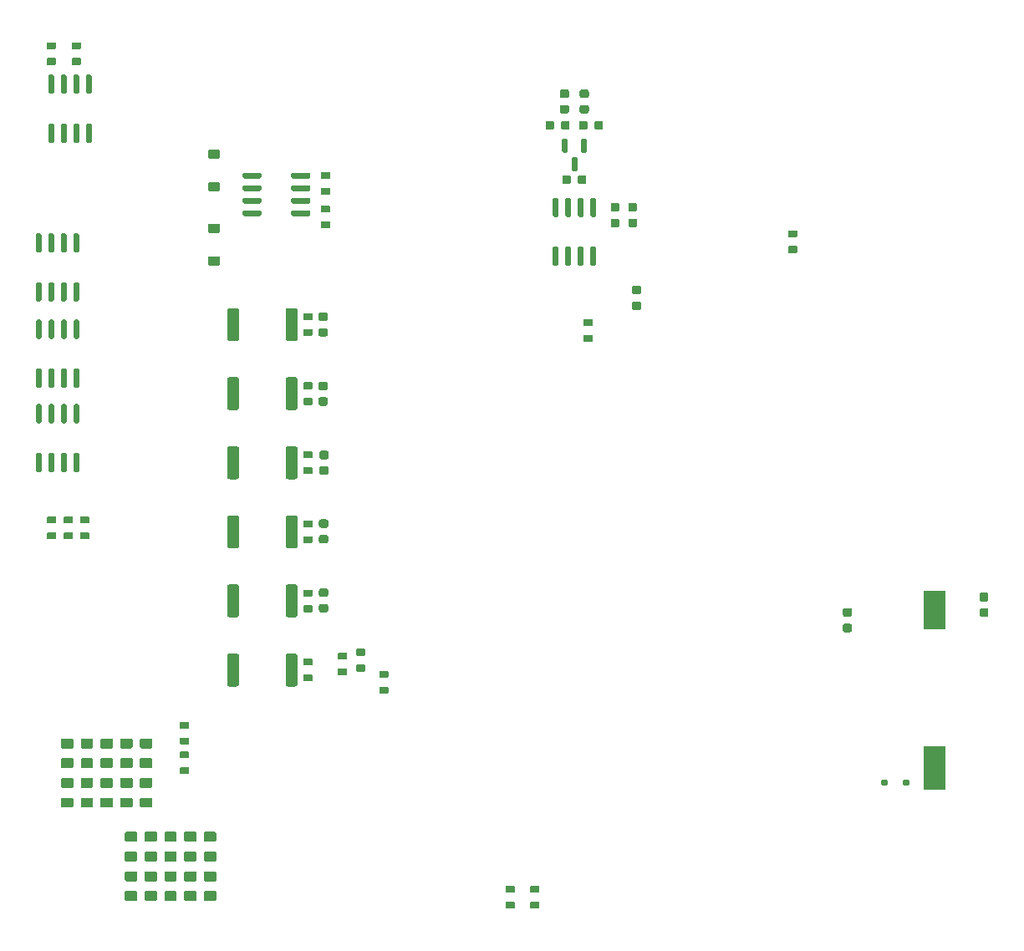
<source format=gbp>
G04 #@! TF.GenerationSoftware,KiCad,Pcbnew,8.0.9-8.0.9-0~ubuntu24.04.1*
G04 #@! TF.CreationDate,2025-08-20T13:53:25+00:00*
G04 #@! TF.ProjectId,uaefi,75616566-692e-46b6-9963-61645f706362,E*
G04 #@! TF.SameCoordinates,Original*
G04 #@! TF.FileFunction,Paste,Bot*
G04 #@! TF.FilePolarity,Positive*
%FSLAX46Y46*%
G04 Gerber Fmt 4.6, Leading zero omitted, Abs format (unit mm)*
G04 Created by KiCad (PCBNEW 8.0.9-8.0.9-0~ubuntu24.04.1) date 2025-08-20 13:53:25*
%MOMM*%
%LPD*%
G01*
G04 APERTURE LIST*
%ADD10R,2.299995X4.399991*%
%ADD11R,2.299995X3.999992*%
G04 APERTURE END LIST*
G04 #@! TO.C,D8*
G36*
G01*
X54400000Y81257023D02*
X54700000Y81257023D01*
G75*
G02*
X54850000Y81107023I0J-150000D01*
G01*
X54850000Y79932023D01*
G75*
G02*
X54700000Y79782023I-150000J0D01*
G01*
X54400000Y79782023D01*
G75*
G02*
X54250000Y79932023I0J150000D01*
G01*
X54250000Y81107023D01*
G75*
G02*
X54400000Y81257023I150000J0D01*
G01*
G37*
G36*
G01*
X56300000Y81257023D02*
X56600000Y81257023D01*
G75*
G02*
X56750000Y81107023I0J-150000D01*
G01*
X56750000Y79932023D01*
G75*
G02*
X56600000Y79782023I-150000J0D01*
G01*
X56300000Y79782023D01*
G75*
G02*
X56150000Y79932023I0J150000D01*
G01*
X56150000Y81107023D01*
G75*
G02*
X56300000Y81257023I150000J0D01*
G01*
G37*
G36*
G01*
X55350000Y79382023D02*
X55650000Y79382023D01*
G75*
G02*
X55800000Y79232023I0J-150000D01*
G01*
X55800000Y78057023D01*
G75*
G02*
X55650000Y77907023I-150000J0D01*
G01*
X55350000Y77907023D01*
G75*
G02*
X55200000Y78057023I0J150000D01*
G01*
X55200000Y79232023D01*
G75*
G02*
X55350000Y79382023I150000J0D01*
G01*
G37*
G04 #@! TD*
G04 #@! TO.C,C10*
G36*
G01*
X12650000Y13460000D02*
X11600000Y13460000D01*
G75*
G02*
X11500000Y13560000I0J100000D01*
G01*
X11500000Y14360000D01*
G75*
G02*
X11600000Y14460000I100000J0D01*
G01*
X12650000Y14460000D01*
G75*
G02*
X12750000Y14360000I0J-100000D01*
G01*
X12750000Y13560000D01*
G75*
G02*
X12650000Y13460000I-100000J0D01*
G01*
G37*
G36*
G01*
X12650000Y15460000D02*
X11600000Y15460000D01*
G75*
G02*
X11500000Y15560000I0J100000D01*
G01*
X11500000Y16360000D01*
G75*
G02*
X11600000Y16460000I100000J0D01*
G01*
X12650000Y16460000D01*
G75*
G02*
X12750000Y16360000I0J-100000D01*
G01*
X12750000Y15560000D01*
G75*
G02*
X12650000Y15460000I-100000J0D01*
G01*
G37*
G04 #@! TD*
G04 #@! TO.C,C27*
G36*
G01*
X61460000Y66315001D02*
X62140000Y66315001D01*
G75*
G02*
X62225000Y66230001I0J-85000D01*
G01*
X62225000Y65550001D01*
G75*
G02*
X62140000Y65465001I-85000J0D01*
G01*
X61460000Y65465001D01*
G75*
G02*
X61375000Y65550001I0J85000D01*
G01*
X61375000Y66230001D01*
G75*
G02*
X61460000Y66315001I85000J0D01*
G01*
G37*
G36*
G01*
X61460000Y64734999D02*
X62140000Y64734999D01*
G75*
G02*
X62225000Y64649999I0J-85000D01*
G01*
X62225000Y63969999D01*
G75*
G02*
X62140000Y63884999I-85000J0D01*
G01*
X61460000Y63884999D01*
G75*
G02*
X61375000Y63969999I0J85000D01*
G01*
X61375000Y64649999D01*
G75*
G02*
X61460000Y64734999I85000J0D01*
G01*
G37*
G04 #@! TD*
G04 #@! TO.C,D4*
G36*
G01*
X19510000Y75900000D02*
X18490000Y75900000D01*
G75*
G02*
X18400000Y75990000I0J90000D01*
G01*
X18400000Y76710000D01*
G75*
G02*
X18490000Y76800000I90000J0D01*
G01*
X19510000Y76800000D01*
G75*
G02*
X19600000Y76710000I0J-90000D01*
G01*
X19600000Y75990000D01*
G75*
G02*
X19510000Y75900000I-90000J0D01*
G01*
G37*
G36*
G01*
X19510000Y79200000D02*
X18490000Y79200000D01*
G75*
G02*
X18400000Y79290000I0J90000D01*
G01*
X18400000Y80010000D01*
G75*
G02*
X18490000Y80100000I90000J0D01*
G01*
X19510000Y80100000D01*
G75*
G02*
X19600000Y80010000I0J-90000D01*
G01*
X19600000Y79290000D01*
G75*
G02*
X19510000Y79200000I-90000J0D01*
G01*
G37*
G04 #@! TD*
D10*
G04 #@! TO.C,BT1*
X92000000Y17500048D03*
D11*
X92000000Y33500067D03*
G04 #@! TD*
G04 #@! TO.C,U10*
G36*
G01*
X1095000Y62900000D02*
X1395000Y62900000D01*
G75*
G02*
X1545000Y62750000I0J-150000D01*
G01*
X1545000Y61100000D01*
G75*
G02*
X1395000Y60950000I-150000J0D01*
G01*
X1095000Y60950000D01*
G75*
G02*
X945000Y61100000I0J150000D01*
G01*
X945000Y62750000D01*
G75*
G02*
X1095000Y62900000I150000J0D01*
G01*
G37*
G36*
G01*
X2365000Y62900000D02*
X2665000Y62900000D01*
G75*
G02*
X2815000Y62750000I0J-150000D01*
G01*
X2815000Y61100000D01*
G75*
G02*
X2665000Y60950000I-150000J0D01*
G01*
X2365000Y60950000D01*
G75*
G02*
X2215000Y61100000I0J150000D01*
G01*
X2215000Y62750000D01*
G75*
G02*
X2365000Y62900000I150000J0D01*
G01*
G37*
G36*
G01*
X3635000Y62900000D02*
X3935000Y62900000D01*
G75*
G02*
X4085000Y62750000I0J-150000D01*
G01*
X4085000Y61100000D01*
G75*
G02*
X3935000Y60950000I-150000J0D01*
G01*
X3635000Y60950000D01*
G75*
G02*
X3485000Y61100000I0J150000D01*
G01*
X3485000Y62750000D01*
G75*
G02*
X3635000Y62900000I150000J0D01*
G01*
G37*
G36*
G01*
X4905000Y62900000D02*
X5205000Y62900000D01*
G75*
G02*
X5355000Y62750000I0J-150000D01*
G01*
X5355000Y61100000D01*
G75*
G02*
X5205000Y60950000I-150000J0D01*
G01*
X4905000Y60950000D01*
G75*
G02*
X4755000Y61100000I0J150000D01*
G01*
X4755000Y62750000D01*
G75*
G02*
X4905000Y62900000I150000J0D01*
G01*
G37*
G36*
G01*
X4905000Y57950000D02*
X5205000Y57950000D01*
G75*
G02*
X5355000Y57800000I0J-150000D01*
G01*
X5355000Y56150000D01*
G75*
G02*
X5205000Y56000000I-150000J0D01*
G01*
X4905000Y56000000D01*
G75*
G02*
X4755000Y56150000I0J150000D01*
G01*
X4755000Y57800000D01*
G75*
G02*
X4905000Y57950000I150000J0D01*
G01*
G37*
G36*
G01*
X3635000Y57950000D02*
X3935000Y57950000D01*
G75*
G02*
X4085000Y57800000I0J-150000D01*
G01*
X4085000Y56150000D01*
G75*
G02*
X3935000Y56000000I-150000J0D01*
G01*
X3635000Y56000000D01*
G75*
G02*
X3485000Y56150000I0J150000D01*
G01*
X3485000Y57800000D01*
G75*
G02*
X3635000Y57950000I150000J0D01*
G01*
G37*
G36*
G01*
X2365000Y57950000D02*
X2665000Y57950000D01*
G75*
G02*
X2815000Y57800000I0J-150000D01*
G01*
X2815000Y56150000D01*
G75*
G02*
X2665000Y56000000I-150000J0D01*
G01*
X2365000Y56000000D01*
G75*
G02*
X2215000Y56150000I0J150000D01*
G01*
X2215000Y57800000D01*
G75*
G02*
X2365000Y57950000I150000J0D01*
G01*
G37*
G36*
G01*
X1095000Y57950000D02*
X1395000Y57950000D01*
G75*
G02*
X1545000Y57800000I0J-150000D01*
G01*
X1545000Y56150000D01*
G75*
G02*
X1395000Y56000000I-150000J0D01*
G01*
X1095000Y56000000D01*
G75*
G02*
X945000Y56150000I0J150000D01*
G01*
X945000Y57800000D01*
G75*
G02*
X1095000Y57950000I150000J0D01*
G01*
G37*
G04 #@! TD*
G04 #@! TO.C,R31*
G36*
G01*
X2940000Y40650000D02*
X2160000Y40650000D01*
G75*
G02*
X2090000Y40720000I0J70000D01*
G01*
X2090000Y41280000D01*
G75*
G02*
X2160000Y41350000I70000J0D01*
G01*
X2940000Y41350000D01*
G75*
G02*
X3010000Y41280000I0J-70000D01*
G01*
X3010000Y40720000D01*
G75*
G02*
X2940000Y40650000I-70000J0D01*
G01*
G37*
G36*
G01*
X2940000Y42250000D02*
X2160000Y42250000D01*
G75*
G02*
X2090000Y42320000I0J70000D01*
G01*
X2090000Y42880000D01*
G75*
G02*
X2160000Y42950000I70000J0D01*
G01*
X2940000Y42950000D01*
G75*
G02*
X3010000Y42880000I0J-70000D01*
G01*
X3010000Y42320000D01*
G75*
G02*
X2940000Y42250000I-70000J0D01*
G01*
G37*
G04 #@! TD*
G04 #@! TO.C,C30*
G36*
G01*
X58405002Y82940000D02*
X58405002Y82260000D01*
G75*
G02*
X58320002Y82175000I-85000J0D01*
G01*
X57640002Y82175000D01*
G75*
G02*
X57555002Y82260000I0J85000D01*
G01*
X57555002Y82940000D01*
G75*
G02*
X57640002Y83025000I85000J0D01*
G01*
X58320002Y83025000D01*
G75*
G02*
X58405002Y82940000I0J-85000D01*
G01*
G37*
G36*
G01*
X56825000Y82940000D02*
X56825000Y82260000D01*
G75*
G02*
X56740000Y82175000I-85000J0D01*
G01*
X56060000Y82175000D01*
G75*
G02*
X55975000Y82260000I0J85000D01*
G01*
X55975000Y82940000D01*
G75*
G02*
X56060000Y83025000I85000J0D01*
G01*
X56740000Y83025000D01*
G75*
G02*
X56825000Y82940000I0J-85000D01*
G01*
G37*
G04 #@! TD*
G04 #@! TO.C,C7*
G36*
G01*
X6650000Y13460000D02*
X5600000Y13460000D01*
G75*
G02*
X5500000Y13560000I0J100000D01*
G01*
X5500000Y14360000D01*
G75*
G02*
X5600000Y14460000I100000J0D01*
G01*
X6650000Y14460000D01*
G75*
G02*
X6750000Y14360000I0J-100000D01*
G01*
X6750000Y13560000D01*
G75*
G02*
X6650000Y13460000I-100000J0D01*
G01*
G37*
G36*
G01*
X6650000Y15460000D02*
X5600000Y15460000D01*
G75*
G02*
X5500000Y15560000I0J100000D01*
G01*
X5500000Y16360000D01*
G75*
G02*
X5600000Y16460000I100000J0D01*
G01*
X6650000Y16460000D01*
G75*
G02*
X6750000Y16360000I0J-100000D01*
G01*
X6750000Y15560000D01*
G75*
G02*
X6650000Y15460000I-100000J0D01*
G01*
G37*
G04 #@! TD*
G04 #@! TO.C,C33*
G36*
G01*
X96660000Y35215001D02*
X97340000Y35215001D01*
G75*
G02*
X97425000Y35130001I0J-85000D01*
G01*
X97425000Y34450001D01*
G75*
G02*
X97340000Y34365001I-85000J0D01*
G01*
X96660000Y34365001D01*
G75*
G02*
X96575000Y34450001I0J85000D01*
G01*
X96575000Y35130001D01*
G75*
G02*
X96660000Y35215001I85000J0D01*
G01*
G37*
G36*
G01*
X96660000Y33634999D02*
X97340000Y33634999D01*
G75*
G02*
X97425000Y33549999I0J-85000D01*
G01*
X97425000Y32869999D01*
G75*
G02*
X97340000Y32784999I-85000J0D01*
G01*
X96660000Y32784999D01*
G75*
G02*
X96575000Y32869999I0J85000D01*
G01*
X96575000Y33549999D01*
G75*
G02*
X96660000Y33634999I85000J0D01*
G01*
G37*
G04 #@! TD*
G04 #@! TO.C,C29*
G36*
G01*
X54284999Y76742023D02*
X54284999Y77422023D01*
G75*
G02*
X54369999Y77507023I85000J0D01*
G01*
X55049999Y77507023D01*
G75*
G02*
X55134999Y77422023I0J-85000D01*
G01*
X55134999Y76742023D01*
G75*
G02*
X55049999Y76657023I-85000J0D01*
G01*
X54369999Y76657023D01*
G75*
G02*
X54284999Y76742023I0J85000D01*
G01*
G37*
G36*
G01*
X55865001Y76742023D02*
X55865001Y77422023D01*
G75*
G02*
X55950001Y77507023I85000J0D01*
G01*
X56630001Y77507023D01*
G75*
G02*
X56715001Y77422023I0J-85000D01*
G01*
X56715001Y76742023D01*
G75*
G02*
X56630001Y76657023I-85000J0D01*
G01*
X55950001Y76657023D01*
G75*
G02*
X55865001Y76742023I0J85000D01*
G01*
G37*
G04 #@! TD*
G04 #@! TO.C,R34*
G36*
G01*
X6290000Y40650000D02*
X5510000Y40650000D01*
G75*
G02*
X5440000Y40720000I0J70000D01*
G01*
X5440000Y41280000D01*
G75*
G02*
X5510000Y41350000I70000J0D01*
G01*
X6290000Y41350000D01*
G75*
G02*
X6360000Y41280000I0J-70000D01*
G01*
X6360000Y40720000D01*
G75*
G02*
X6290000Y40650000I-70000J0D01*
G01*
G37*
G36*
G01*
X6290000Y42250000D02*
X5510000Y42250000D01*
G75*
G02*
X5440000Y42320000I0J70000D01*
G01*
X5440000Y42880000D01*
G75*
G02*
X5510000Y42950000I70000J0D01*
G01*
X6290000Y42950000D01*
G75*
G02*
X6360000Y42880000I0J-70000D01*
G01*
X6360000Y42320000D01*
G75*
G02*
X6290000Y42250000I-70000J0D01*
G01*
G37*
G04 #@! TD*
G04 #@! TO.C,C17*
G36*
G01*
X16075000Y11000000D02*
X17125000Y11000000D01*
G75*
G02*
X17225000Y10900000I0J-100000D01*
G01*
X17225000Y10100000D01*
G75*
G02*
X17125000Y10000000I-100000J0D01*
G01*
X16075000Y10000000D01*
G75*
G02*
X15975000Y10100000I0J100000D01*
G01*
X15975000Y10900000D01*
G75*
G02*
X16075000Y11000000I100000J0D01*
G01*
G37*
G36*
G01*
X16075000Y9000000D02*
X17125000Y9000000D01*
G75*
G02*
X17225000Y8900000I0J-100000D01*
G01*
X17225000Y8100000D01*
G75*
G02*
X17125000Y8000000I-100000J0D01*
G01*
X16075000Y8000000D01*
G75*
G02*
X15975000Y8100000I0J100000D01*
G01*
X15975000Y8900000D01*
G75*
G02*
X16075000Y9000000I100000J0D01*
G01*
G37*
G04 #@! TD*
G04 #@! TO.C,R20*
G36*
G01*
X27475000Y63825000D02*
X27475000Y60975000D01*
G75*
G02*
X27225000Y60725000I-250000J0D01*
G01*
X26500000Y60725000D01*
G75*
G02*
X26250000Y60975000I0J250000D01*
G01*
X26250000Y63825000D01*
G75*
G02*
X26500000Y64075000I250000J0D01*
G01*
X27225000Y64075000D01*
G75*
G02*
X27475000Y63825000I0J-250000D01*
G01*
G37*
G36*
G01*
X21550000Y63825000D02*
X21550000Y60975000D01*
G75*
G02*
X21300000Y60725000I-250000J0D01*
G01*
X20575000Y60725000D01*
G75*
G02*
X20325000Y60975000I0J250000D01*
G01*
X20325000Y63825000D01*
G75*
G02*
X20575000Y64075000I250000J0D01*
G01*
X21300000Y64075000D01*
G75*
G02*
X21550000Y63825000I0J-250000D01*
G01*
G37*
G04 #@! TD*
G04 #@! TO.C,C3*
G36*
G01*
X7600000Y20460000D02*
X8650000Y20460000D01*
G75*
G02*
X8750000Y20360000I0J-100000D01*
G01*
X8750000Y19560000D01*
G75*
G02*
X8650000Y19460000I-100000J0D01*
G01*
X7600000Y19460000D01*
G75*
G02*
X7500000Y19560000I0J100000D01*
G01*
X7500000Y20360000D01*
G75*
G02*
X7600000Y20460000I100000J0D01*
G01*
G37*
G36*
G01*
X7600000Y18460000D02*
X8650000Y18460000D01*
G75*
G02*
X8750000Y18360000I0J-100000D01*
G01*
X8750000Y17560000D01*
G75*
G02*
X8650000Y17460000I-100000J0D01*
G01*
X7600000Y17460000D01*
G75*
G02*
X7500000Y17560000I0J100000D01*
G01*
X7500000Y18360000D01*
G75*
G02*
X7600000Y18460000I100000J0D01*
G01*
G37*
G04 #@! TD*
G04 #@! TO.C,C23*
G36*
G01*
X19125000Y4000000D02*
X18075000Y4000000D01*
G75*
G02*
X17975000Y4100000I0J100000D01*
G01*
X17975000Y4900000D01*
G75*
G02*
X18075000Y5000000I100000J0D01*
G01*
X19125000Y5000000D01*
G75*
G02*
X19225000Y4900000I0J-100000D01*
G01*
X19225000Y4100000D01*
G75*
G02*
X19125000Y4000000I-100000J0D01*
G01*
G37*
G36*
G01*
X19125000Y6000000D02*
X18075000Y6000000D01*
G75*
G02*
X17975000Y6100000I0J100000D01*
G01*
X17975000Y6900000D01*
G75*
G02*
X18075000Y7000000I100000J0D01*
G01*
X19125000Y7000000D01*
G75*
G02*
X19225000Y6900000I0J-100000D01*
G01*
X19225000Y6100000D01*
G75*
G02*
X19125000Y6000000I-100000J0D01*
G01*
G37*
G04 #@! TD*
G04 #@! TO.C,U4*
G36*
G01*
X53445000Y75250000D02*
X53745000Y75250000D01*
G75*
G02*
X53895000Y75100000I0J-150000D01*
G01*
X53895000Y73450000D01*
G75*
G02*
X53745000Y73300000I-150000J0D01*
G01*
X53445000Y73300000D01*
G75*
G02*
X53295000Y73450000I0J150000D01*
G01*
X53295000Y75100000D01*
G75*
G02*
X53445000Y75250000I150000J0D01*
G01*
G37*
G36*
G01*
X54715000Y75250000D02*
X55015000Y75250000D01*
G75*
G02*
X55165000Y75100000I0J-150000D01*
G01*
X55165000Y73450000D01*
G75*
G02*
X55015000Y73300000I-150000J0D01*
G01*
X54715000Y73300000D01*
G75*
G02*
X54565000Y73450000I0J150000D01*
G01*
X54565000Y75100000D01*
G75*
G02*
X54715000Y75250000I150000J0D01*
G01*
G37*
G36*
G01*
X55985000Y75250000D02*
X56285000Y75250000D01*
G75*
G02*
X56435000Y75100000I0J-150000D01*
G01*
X56435000Y73450000D01*
G75*
G02*
X56285000Y73300000I-150000J0D01*
G01*
X55985000Y73300000D01*
G75*
G02*
X55835000Y73450000I0J150000D01*
G01*
X55835000Y75100000D01*
G75*
G02*
X55985000Y75250000I150000J0D01*
G01*
G37*
G36*
G01*
X57255000Y75250000D02*
X57555000Y75250000D01*
G75*
G02*
X57705000Y75100000I0J-150000D01*
G01*
X57705000Y73450000D01*
G75*
G02*
X57555000Y73300000I-150000J0D01*
G01*
X57255000Y73300000D01*
G75*
G02*
X57105000Y73450000I0J150000D01*
G01*
X57105000Y75100000D01*
G75*
G02*
X57255000Y75250000I150000J0D01*
G01*
G37*
G36*
G01*
X57255000Y70300000D02*
X57555000Y70300000D01*
G75*
G02*
X57705000Y70150000I0J-150000D01*
G01*
X57705000Y68500000D01*
G75*
G02*
X57555000Y68350000I-150000J0D01*
G01*
X57255000Y68350000D01*
G75*
G02*
X57105000Y68500000I0J150000D01*
G01*
X57105000Y70150000D01*
G75*
G02*
X57255000Y70300000I150000J0D01*
G01*
G37*
G36*
G01*
X55985000Y70300000D02*
X56285000Y70300000D01*
G75*
G02*
X56435000Y70150000I0J-150000D01*
G01*
X56435000Y68500000D01*
G75*
G02*
X56285000Y68350000I-150000J0D01*
G01*
X55985000Y68350000D01*
G75*
G02*
X55835000Y68500000I0J150000D01*
G01*
X55835000Y70150000D01*
G75*
G02*
X55985000Y70300000I150000J0D01*
G01*
G37*
G36*
G01*
X54715000Y70300000D02*
X55015000Y70300000D01*
G75*
G02*
X55165000Y70150000I0J-150000D01*
G01*
X55165000Y68500000D01*
G75*
G02*
X55015000Y68350000I-150000J0D01*
G01*
X54715000Y68350000D01*
G75*
G02*
X54565000Y68500000I0J150000D01*
G01*
X54565000Y70150000D01*
G75*
G02*
X54715000Y70300000I150000J0D01*
G01*
G37*
G36*
G01*
X53445000Y70300000D02*
X53745000Y70300000D01*
G75*
G02*
X53895000Y70150000I0J-150000D01*
G01*
X53895000Y68500000D01*
G75*
G02*
X53745000Y68350000I-150000J0D01*
G01*
X53445000Y68350000D01*
G75*
G02*
X53295000Y68500000I0J150000D01*
G01*
X53295000Y70150000D01*
G75*
G02*
X53445000Y70300000I150000J0D01*
G01*
G37*
G04 #@! TD*
G04 #@! TO.C,C1*
G36*
G01*
X3600000Y20460000D02*
X4650000Y20460000D01*
G75*
G02*
X4750000Y20360000I0J-100000D01*
G01*
X4750000Y19560000D01*
G75*
G02*
X4650000Y19460000I-100000J0D01*
G01*
X3600000Y19460000D01*
G75*
G02*
X3500000Y19560000I0J100000D01*
G01*
X3500000Y20360000D01*
G75*
G02*
X3600000Y20460000I100000J0D01*
G01*
G37*
G36*
G01*
X3600000Y18460000D02*
X4650000Y18460000D01*
G75*
G02*
X4750000Y18360000I0J-100000D01*
G01*
X4750000Y17560000D01*
G75*
G02*
X4650000Y17460000I-100000J0D01*
G01*
X3600000Y17460000D01*
G75*
G02*
X3500000Y17560000I0J100000D01*
G01*
X3500000Y18360000D01*
G75*
G02*
X3600000Y18460000I100000J0D01*
G01*
G37*
G04 #@! TD*
G04 #@! TO.C,R26*
G36*
G01*
X27475000Y42825000D02*
X27475000Y39975000D01*
G75*
G02*
X27225000Y39725000I-250000J0D01*
G01*
X26500000Y39725000D01*
G75*
G02*
X26250000Y39975000I0J250000D01*
G01*
X26250000Y42825000D01*
G75*
G02*
X26500000Y43075000I250000J0D01*
G01*
X27225000Y43075000D01*
G75*
G02*
X27475000Y42825000I0J-250000D01*
G01*
G37*
G36*
G01*
X21550000Y42825000D02*
X21550000Y39975000D01*
G75*
G02*
X21300000Y39725000I-250000J0D01*
G01*
X20575000Y39725000D01*
G75*
G02*
X20325000Y39975000I0J250000D01*
G01*
X20325000Y42825000D01*
G75*
G02*
X20575000Y43075000I250000J0D01*
G01*
X21300000Y43075000D01*
G75*
G02*
X21550000Y42825000I0J-250000D01*
G01*
G37*
G04 #@! TD*
G04 #@! TO.C,U11*
G36*
G01*
X1095000Y54350000D02*
X1395000Y54350000D01*
G75*
G02*
X1545000Y54200000I0J-150000D01*
G01*
X1545000Y52550000D01*
G75*
G02*
X1395000Y52400000I-150000J0D01*
G01*
X1095000Y52400000D01*
G75*
G02*
X945000Y52550000I0J150000D01*
G01*
X945000Y54200000D01*
G75*
G02*
X1095000Y54350000I150000J0D01*
G01*
G37*
G36*
G01*
X2365000Y54350000D02*
X2665000Y54350000D01*
G75*
G02*
X2815000Y54200000I0J-150000D01*
G01*
X2815000Y52550000D01*
G75*
G02*
X2665000Y52400000I-150000J0D01*
G01*
X2365000Y52400000D01*
G75*
G02*
X2215000Y52550000I0J150000D01*
G01*
X2215000Y54200000D01*
G75*
G02*
X2365000Y54350000I150000J0D01*
G01*
G37*
G36*
G01*
X3635000Y54350000D02*
X3935000Y54350000D01*
G75*
G02*
X4085000Y54200000I0J-150000D01*
G01*
X4085000Y52550000D01*
G75*
G02*
X3935000Y52400000I-150000J0D01*
G01*
X3635000Y52400000D01*
G75*
G02*
X3485000Y52550000I0J150000D01*
G01*
X3485000Y54200000D01*
G75*
G02*
X3635000Y54350000I150000J0D01*
G01*
G37*
G36*
G01*
X4905000Y54350000D02*
X5205000Y54350000D01*
G75*
G02*
X5355000Y54200000I0J-150000D01*
G01*
X5355000Y52550000D01*
G75*
G02*
X5205000Y52400000I-150000J0D01*
G01*
X4905000Y52400000D01*
G75*
G02*
X4755000Y52550000I0J150000D01*
G01*
X4755000Y54200000D01*
G75*
G02*
X4905000Y54350000I150000J0D01*
G01*
G37*
G36*
G01*
X4905000Y49400000D02*
X5205000Y49400000D01*
G75*
G02*
X5355000Y49250000I0J-150000D01*
G01*
X5355000Y47600000D01*
G75*
G02*
X5205000Y47450000I-150000J0D01*
G01*
X4905000Y47450000D01*
G75*
G02*
X4755000Y47600000I0J150000D01*
G01*
X4755000Y49250000D01*
G75*
G02*
X4905000Y49400000I150000J0D01*
G01*
G37*
G36*
G01*
X3635000Y49400000D02*
X3935000Y49400000D01*
G75*
G02*
X4085000Y49250000I0J-150000D01*
G01*
X4085000Y47600000D01*
G75*
G02*
X3935000Y47450000I-150000J0D01*
G01*
X3635000Y47450000D01*
G75*
G02*
X3485000Y47600000I0J150000D01*
G01*
X3485000Y49250000D01*
G75*
G02*
X3635000Y49400000I150000J0D01*
G01*
G37*
G36*
G01*
X2365000Y49400000D02*
X2665000Y49400000D01*
G75*
G02*
X2815000Y49250000I0J-150000D01*
G01*
X2815000Y47600000D01*
G75*
G02*
X2665000Y47450000I-150000J0D01*
G01*
X2365000Y47450000D01*
G75*
G02*
X2215000Y47600000I0J150000D01*
G01*
X2215000Y49250000D01*
G75*
G02*
X2365000Y49400000I150000J0D01*
G01*
G37*
G36*
G01*
X1095000Y49400000D02*
X1395000Y49400000D01*
G75*
G02*
X1545000Y49250000I0J-150000D01*
G01*
X1545000Y47600000D01*
G75*
G02*
X1395000Y47450000I-150000J0D01*
G01*
X1095000Y47450000D01*
G75*
G02*
X945000Y47600000I0J150000D01*
G01*
X945000Y49250000D01*
G75*
G02*
X1095000Y49400000I150000J0D01*
G01*
G37*
G04 #@! TD*
G04 #@! TO.C,C31*
G36*
G01*
X59940000Y72284999D02*
X59260000Y72284999D01*
G75*
G02*
X59175000Y72369999I0J85000D01*
G01*
X59175000Y73049999D01*
G75*
G02*
X59260000Y73134999I85000J0D01*
G01*
X59940000Y73134999D01*
G75*
G02*
X60025000Y73049999I0J-85000D01*
G01*
X60025000Y72369999D01*
G75*
G02*
X59940000Y72284999I-85000J0D01*
G01*
G37*
G36*
G01*
X59940000Y73865001D02*
X59260000Y73865001D01*
G75*
G02*
X59175000Y73950001I0J85000D01*
G01*
X59175000Y74630001D01*
G75*
G02*
X59260000Y74715001I85000J0D01*
G01*
X59940000Y74715001D01*
G75*
G02*
X60025000Y74630001I0J-85000D01*
G01*
X60025000Y73950001D01*
G75*
G02*
X59940000Y73865001I-85000J0D01*
G01*
G37*
G04 #@! TD*
G04 #@! TO.C,F9*
G36*
G01*
X29843750Y35675000D02*
X30356250Y35675000D01*
G75*
G02*
X30575000Y35456250I0J-218750D01*
G01*
X30575000Y35018750D01*
G75*
G02*
X30356250Y34800000I-218750J0D01*
G01*
X29843750Y34800000D01*
G75*
G02*
X29625000Y35018750I0J218750D01*
G01*
X29625000Y35456250D01*
G75*
G02*
X29843750Y35675000I218750J0D01*
G01*
G37*
G36*
G01*
X29843750Y34100000D02*
X30356250Y34100000D01*
G75*
G02*
X30575000Y33881250I0J-218750D01*
G01*
X30575000Y33443750D01*
G75*
G02*
X30356250Y33225000I-218750J0D01*
G01*
X29843750Y33225000D01*
G75*
G02*
X29625000Y33443750I0J218750D01*
G01*
X29625000Y33881250D01*
G75*
G02*
X29843750Y34100000I218750J0D01*
G01*
G37*
G04 #@! TD*
G04 #@! TO.C,C14*
G36*
G01*
X10075000Y11000000D02*
X11125000Y11000000D01*
G75*
G02*
X11225000Y10900000I0J-100000D01*
G01*
X11225000Y10100000D01*
G75*
G02*
X11125000Y10000000I-100000J0D01*
G01*
X10075000Y10000000D01*
G75*
G02*
X9975000Y10100000I0J100000D01*
G01*
X9975000Y10900000D01*
G75*
G02*
X10075000Y11000000I100000J0D01*
G01*
G37*
G36*
G01*
X10075000Y9000000D02*
X11125000Y9000000D01*
G75*
G02*
X11225000Y8900000I0J-100000D01*
G01*
X11225000Y8100000D01*
G75*
G02*
X11125000Y8000000I-100000J0D01*
G01*
X10075000Y8000000D01*
G75*
G02*
X9975000Y8100000I0J100000D01*
G01*
X9975000Y8900000D01*
G75*
G02*
X10075000Y9000000I100000J0D01*
G01*
G37*
G04 #@! TD*
G04 #@! TO.C,C19*
G36*
G01*
X11125000Y4000000D02*
X10075000Y4000000D01*
G75*
G02*
X9975000Y4100000I0J100000D01*
G01*
X9975000Y4900000D01*
G75*
G02*
X10075000Y5000000I100000J0D01*
G01*
X11125000Y5000000D01*
G75*
G02*
X11225000Y4900000I0J-100000D01*
G01*
X11225000Y4100000D01*
G75*
G02*
X11125000Y4000000I-100000J0D01*
G01*
G37*
G36*
G01*
X11125000Y6000000D02*
X10075000Y6000000D01*
G75*
G02*
X9975000Y6100000I0J100000D01*
G01*
X9975000Y6900000D01*
G75*
G02*
X10075000Y7000000I100000J0D01*
G01*
X11125000Y7000000D01*
G75*
G02*
X11225000Y6900000I0J-100000D01*
G01*
X11225000Y6100000D01*
G75*
G02*
X11125000Y6000000I-100000J0D01*
G01*
G37*
G04 #@! TD*
G04 #@! TO.C,F6*
G36*
G01*
X29793750Y63625000D02*
X30306250Y63625000D01*
G75*
G02*
X30525000Y63406250I0J-218750D01*
G01*
X30525000Y62968750D01*
G75*
G02*
X30306250Y62750000I-218750J0D01*
G01*
X29793750Y62750000D01*
G75*
G02*
X29575000Y62968750I0J218750D01*
G01*
X29575000Y63406250D01*
G75*
G02*
X29793750Y63625000I218750J0D01*
G01*
G37*
G36*
G01*
X29793750Y62050000D02*
X30306250Y62050000D01*
G75*
G02*
X30525000Y61831250I0J-218750D01*
G01*
X30525000Y61393750D01*
G75*
G02*
X30306250Y61175000I-218750J0D01*
G01*
X29793750Y61175000D01*
G75*
G02*
X29575000Y61393750I0J218750D01*
G01*
X29575000Y61831250D01*
G75*
G02*
X29793750Y62050000I218750J0D01*
G01*
G37*
G04 #@! TD*
G04 #@! TO.C,R27*
G36*
G01*
X27475000Y35825000D02*
X27475000Y32975000D01*
G75*
G02*
X27225000Y32725000I-250000J0D01*
G01*
X26500000Y32725000D01*
G75*
G02*
X26250000Y32975000I0J250000D01*
G01*
X26250000Y35825000D01*
G75*
G02*
X26500000Y36075000I250000J0D01*
G01*
X27225000Y36075000D01*
G75*
G02*
X27475000Y35825000I0J-250000D01*
G01*
G37*
G36*
G01*
X21550000Y35825000D02*
X21550000Y32975000D01*
G75*
G02*
X21300000Y32725000I-250000J0D01*
G01*
X20575000Y32725000D01*
G75*
G02*
X20325000Y32975000I0J250000D01*
G01*
X20325000Y35825000D01*
G75*
G02*
X20575000Y36075000I250000J0D01*
G01*
X21300000Y36075000D01*
G75*
G02*
X21550000Y35825000I0J-250000D01*
G01*
G37*
G04 #@! TD*
G04 #@! TO.C,R21*
G36*
G01*
X27475000Y56825000D02*
X27475000Y53975000D01*
G75*
G02*
X27225000Y53725000I-250000J0D01*
G01*
X26500000Y53725000D01*
G75*
G02*
X26250000Y53975000I0J250000D01*
G01*
X26250000Y56825000D01*
G75*
G02*
X26500000Y57075000I250000J0D01*
G01*
X27225000Y57075000D01*
G75*
G02*
X27475000Y56825000I0J-250000D01*
G01*
G37*
G36*
G01*
X21550000Y56825000D02*
X21550000Y53975000D01*
G75*
G02*
X21300000Y53725000I-250000J0D01*
G01*
X20575000Y53725000D01*
G75*
G02*
X20325000Y53975000I0J250000D01*
G01*
X20325000Y56825000D01*
G75*
G02*
X20575000Y57075000I250000J0D01*
G01*
X21300000Y57075000D01*
G75*
G02*
X21550000Y56825000I0J-250000D01*
G01*
G37*
G04 #@! TD*
G04 #@! TO.C,C4*
G36*
G01*
X9600000Y20460000D02*
X10650000Y20460000D01*
G75*
G02*
X10750000Y20360000I0J-100000D01*
G01*
X10750000Y19560000D01*
G75*
G02*
X10650000Y19460000I-100000J0D01*
G01*
X9600000Y19460000D01*
G75*
G02*
X9500000Y19560000I0J100000D01*
G01*
X9500000Y20360000D01*
G75*
G02*
X9600000Y20460000I100000J0D01*
G01*
G37*
G36*
G01*
X9600000Y18460000D02*
X10650000Y18460000D01*
G75*
G02*
X10750000Y18360000I0J-100000D01*
G01*
X10750000Y17560000D01*
G75*
G02*
X10650000Y17460000I-100000J0D01*
G01*
X9600000Y17460000D01*
G75*
G02*
X9500000Y17560000I0J100000D01*
G01*
X9500000Y18360000D01*
G75*
G02*
X9600000Y18460000I100000J0D01*
G01*
G37*
G04 #@! TD*
G04 #@! TO.C,F10*
G36*
G01*
X82893750Y33675000D02*
X83406250Y33675000D01*
G75*
G02*
X83625000Y33456250I0J-218750D01*
G01*
X83625000Y33018750D01*
G75*
G02*
X83406250Y32800000I-218750J0D01*
G01*
X82893750Y32800000D01*
G75*
G02*
X82675000Y33018750I0J218750D01*
G01*
X82675000Y33456250D01*
G75*
G02*
X82893750Y33675000I218750J0D01*
G01*
G37*
G36*
G01*
X82893750Y32100000D02*
X83406250Y32100000D01*
G75*
G02*
X83625000Y31881250I0J-218750D01*
G01*
X83625000Y31443750D01*
G75*
G02*
X83406250Y31225000I-218750J0D01*
G01*
X82893750Y31225000D01*
G75*
G02*
X82675000Y31443750I0J218750D01*
G01*
X82675000Y31881250D01*
G75*
G02*
X82893750Y32100000I218750J0D01*
G01*
G37*
G04 #@! TD*
G04 #@! TO.C,D2*
G36*
G01*
X19510000Y68400000D02*
X18490000Y68400000D01*
G75*
G02*
X18400000Y68490000I0J90000D01*
G01*
X18400000Y69210000D01*
G75*
G02*
X18490000Y69300000I90000J0D01*
G01*
X19510000Y69300000D01*
G75*
G02*
X19600000Y69210000I0J-90000D01*
G01*
X19600000Y68490000D01*
G75*
G02*
X19510000Y68400000I-90000J0D01*
G01*
G37*
G36*
G01*
X19510000Y71700000D02*
X18490000Y71700000D01*
G75*
G02*
X18400000Y71790000I0J90000D01*
G01*
X18400000Y72510000D01*
G75*
G02*
X18490000Y72600000I90000J0D01*
G01*
X19510000Y72600000D01*
G75*
G02*
X19600000Y72510000I0J-90000D01*
G01*
X19600000Y71790000D01*
G75*
G02*
X19510000Y71700000I-90000J0D01*
G01*
G37*
G04 #@! TD*
G04 #@! TO.C,D1*
G36*
G01*
X87140000Y15700000D02*
X86660000Y15700000D01*
G75*
G02*
X86600000Y15760000I0J60000D01*
G01*
X86600000Y16240000D01*
G75*
G02*
X86660000Y16300000I60000J0D01*
G01*
X87140000Y16300000D01*
G75*
G02*
X87200000Y16240000I0J-60000D01*
G01*
X87200000Y15760000D01*
G75*
G02*
X87140000Y15700000I-60000J0D01*
G01*
G37*
G36*
G01*
X89340000Y15700000D02*
X88860000Y15700000D01*
G75*
G02*
X88800000Y15760000I0J60000D01*
G01*
X88800000Y16240000D01*
G75*
G02*
X88860000Y16300000I60000J0D01*
G01*
X89340000Y16300000D01*
G75*
G02*
X89400000Y16240000I0J-60000D01*
G01*
X89400000Y15760000D01*
G75*
G02*
X89340000Y15700000I-60000J0D01*
G01*
G37*
G04 #@! TD*
G04 #@! TO.C,R19*
G36*
G01*
X28902500Y47250000D02*
X28122500Y47250000D01*
G75*
G02*
X28052500Y47320000I0J70000D01*
G01*
X28052500Y47880000D01*
G75*
G02*
X28122500Y47950000I70000J0D01*
G01*
X28902500Y47950000D01*
G75*
G02*
X28972500Y47880000I0J-70000D01*
G01*
X28972500Y47320000D01*
G75*
G02*
X28902500Y47250000I-70000J0D01*
G01*
G37*
G36*
G01*
X28902500Y48850000D02*
X28122500Y48850000D01*
G75*
G02*
X28052500Y48920000I0J70000D01*
G01*
X28052500Y49480000D01*
G75*
G02*
X28122500Y49550000I70000J0D01*
G01*
X28902500Y49550000D01*
G75*
G02*
X28972500Y49480000I0J-70000D01*
G01*
X28972500Y48920000D01*
G75*
G02*
X28902500Y48850000I-70000J0D01*
G01*
G37*
G04 #@! TD*
G04 #@! TO.C,R33*
G36*
G01*
X31610000Y29150000D02*
X32390000Y29150000D01*
G75*
G02*
X32460000Y29080000I0J-70000D01*
G01*
X32460000Y28520000D01*
G75*
G02*
X32390000Y28450000I-70000J0D01*
G01*
X31610000Y28450000D01*
G75*
G02*
X31540000Y28520000I0J70000D01*
G01*
X31540000Y29080000D01*
G75*
G02*
X31610000Y29150000I70000J0D01*
G01*
G37*
G36*
G01*
X31610000Y27550000D02*
X32390000Y27550000D01*
G75*
G02*
X32460000Y27480000I0J-70000D01*
G01*
X32460000Y26920000D01*
G75*
G02*
X32390000Y26850000I-70000J0D01*
G01*
X31610000Y26850000D01*
G75*
G02*
X31540000Y26920000I0J70000D01*
G01*
X31540000Y27480000D01*
G75*
G02*
X31610000Y27550000I70000J0D01*
G01*
G37*
G04 #@! TD*
G04 #@! TO.C,C21*
G36*
G01*
X15125000Y4000000D02*
X14075000Y4000000D01*
G75*
G02*
X13975000Y4100000I0J100000D01*
G01*
X13975000Y4900000D01*
G75*
G02*
X14075000Y5000000I100000J0D01*
G01*
X15125000Y5000000D01*
G75*
G02*
X15225000Y4900000I0J-100000D01*
G01*
X15225000Y4100000D01*
G75*
G02*
X15125000Y4000000I-100000J0D01*
G01*
G37*
G36*
G01*
X15125000Y6000000D02*
X14075000Y6000000D01*
G75*
G02*
X13975000Y6100000I0J100000D01*
G01*
X13975000Y6900000D01*
G75*
G02*
X14075000Y7000000I100000J0D01*
G01*
X15125000Y7000000D01*
G75*
G02*
X15225000Y6900000I0J-100000D01*
G01*
X15225000Y6100000D01*
G75*
G02*
X15125000Y6000000I-100000J0D01*
G01*
G37*
G04 #@! TD*
G04 #@! TO.C,F8*
G36*
G01*
X29843750Y42675000D02*
X30356250Y42675000D01*
G75*
G02*
X30575000Y42456250I0J-218750D01*
G01*
X30575000Y42018750D01*
G75*
G02*
X30356250Y41800000I-218750J0D01*
G01*
X29843750Y41800000D01*
G75*
G02*
X29625000Y42018750I0J218750D01*
G01*
X29625000Y42456250D01*
G75*
G02*
X29843750Y42675000I218750J0D01*
G01*
G37*
G36*
G01*
X29843750Y41100000D02*
X30356250Y41100000D01*
G75*
G02*
X30575000Y40881250I0J-218750D01*
G01*
X30575000Y40443750D01*
G75*
G02*
X30356250Y40225000I-218750J0D01*
G01*
X29843750Y40225000D01*
G75*
G02*
X29625000Y40443750I0J218750D01*
G01*
X29625000Y40881250D01*
G75*
G02*
X29843750Y41100000I218750J0D01*
G01*
G37*
G04 #@! TD*
G04 #@! TO.C,R23*
G36*
G01*
X28902500Y40250000D02*
X28122500Y40250000D01*
G75*
G02*
X28052500Y40320000I0J70000D01*
G01*
X28052500Y40880000D01*
G75*
G02*
X28122500Y40950000I70000J0D01*
G01*
X28902500Y40950000D01*
G75*
G02*
X28972500Y40880000I0J-70000D01*
G01*
X28972500Y40320000D01*
G75*
G02*
X28902500Y40250000I-70000J0D01*
G01*
G37*
G36*
G01*
X28902500Y41850000D02*
X28122500Y41850000D01*
G75*
G02*
X28052500Y41920000I0J70000D01*
G01*
X28052500Y42480000D01*
G75*
G02*
X28122500Y42550000I70000J0D01*
G01*
X28902500Y42550000D01*
G75*
G02*
X28972500Y42480000I0J-70000D01*
G01*
X28972500Y41920000D01*
G75*
G02*
X28902500Y41850000I-70000J0D01*
G01*
G37*
G04 #@! TD*
G04 #@! TO.C,R7*
G36*
G01*
X49390000Y3228318D02*
X48610000Y3228318D01*
G75*
G02*
X48540000Y3298318I0J70000D01*
G01*
X48540000Y3858318D01*
G75*
G02*
X48610000Y3928318I70000J0D01*
G01*
X49390000Y3928318D01*
G75*
G02*
X49460000Y3858318I0J-70000D01*
G01*
X49460000Y3298318D01*
G75*
G02*
X49390000Y3228318I-70000J0D01*
G01*
G37*
G36*
G01*
X49390000Y4828318D02*
X48610000Y4828318D01*
G75*
G02*
X48540000Y4898318I0J70000D01*
G01*
X48540000Y5458318D01*
G75*
G02*
X48610000Y5528318I70000J0D01*
G01*
X49390000Y5528318D01*
G75*
G02*
X49460000Y5458318I0J-70000D01*
G01*
X49460000Y4898318D01*
G75*
G02*
X49390000Y4828318I-70000J0D01*
G01*
G37*
G04 #@! TD*
G04 #@! TO.C,R24*
G36*
G01*
X28902500Y33250000D02*
X28122500Y33250000D01*
G75*
G02*
X28052500Y33320000I0J70000D01*
G01*
X28052500Y33880000D01*
G75*
G02*
X28122500Y33950000I70000J0D01*
G01*
X28902500Y33950000D01*
G75*
G02*
X28972500Y33880000I0J-70000D01*
G01*
X28972500Y33320000D01*
G75*
G02*
X28902500Y33250000I-70000J0D01*
G01*
G37*
G36*
G01*
X28902500Y34850000D02*
X28122500Y34850000D01*
G75*
G02*
X28052500Y34920000I0J70000D01*
G01*
X28052500Y35480000D01*
G75*
G02*
X28122500Y35550000I70000J0D01*
G01*
X28902500Y35550000D01*
G75*
G02*
X28972500Y35480000I0J-70000D01*
G01*
X28972500Y34920000D01*
G75*
G02*
X28902500Y34850000I-70000J0D01*
G01*
G37*
G04 #@! TD*
G04 #@! TO.C,F7*
G36*
G01*
X29893750Y49625000D02*
X30406250Y49625000D01*
G75*
G02*
X30625000Y49406250I0J-218750D01*
G01*
X30625000Y48968750D01*
G75*
G02*
X30406250Y48750000I-218750J0D01*
G01*
X29893750Y48750000D01*
G75*
G02*
X29675000Y48968750I0J218750D01*
G01*
X29675000Y49406250D01*
G75*
G02*
X29893750Y49625000I218750J0D01*
G01*
G37*
G36*
G01*
X29893750Y48050000D02*
X30406250Y48050000D01*
G75*
G02*
X30625000Y47831250I0J-218750D01*
G01*
X30625000Y47393750D01*
G75*
G02*
X30406250Y47175000I-218750J0D01*
G01*
X29893750Y47175000D01*
G75*
G02*
X29675000Y47393750I0J218750D01*
G01*
X29675000Y47831250D01*
G75*
G02*
X29893750Y48050000I218750J0D01*
G01*
G37*
G04 #@! TD*
G04 #@! TO.C,C32*
G36*
G01*
X61740000Y72284999D02*
X61060000Y72284999D01*
G75*
G02*
X60975000Y72369999I0J85000D01*
G01*
X60975000Y73049999D01*
G75*
G02*
X61060000Y73134999I85000J0D01*
G01*
X61740000Y73134999D01*
G75*
G02*
X61825000Y73049999I0J-85000D01*
G01*
X61825000Y72369999D01*
G75*
G02*
X61740000Y72284999I-85000J0D01*
G01*
G37*
G36*
G01*
X61740000Y73865001D02*
X61060000Y73865001D01*
G75*
G02*
X60975000Y73950001I0J85000D01*
G01*
X60975000Y74630001D01*
G75*
G02*
X61060000Y74715001I85000J0D01*
G01*
X61740000Y74715001D01*
G75*
G02*
X61825000Y74630001I0J-85000D01*
G01*
X61825000Y73950001D01*
G75*
G02*
X61740000Y73865001I-85000J0D01*
G01*
G37*
G04 #@! TD*
G04 #@! TO.C,R16*
G36*
G01*
X5440000Y88700000D02*
X4660000Y88700000D01*
G75*
G02*
X4590000Y88770000I0J70000D01*
G01*
X4590000Y89330000D01*
G75*
G02*
X4660000Y89400000I70000J0D01*
G01*
X5440000Y89400000D01*
G75*
G02*
X5510000Y89330000I0J-70000D01*
G01*
X5510000Y88770000D01*
G75*
G02*
X5440000Y88700000I-70000J0D01*
G01*
G37*
G36*
G01*
X5440000Y90300000D02*
X4660000Y90300000D01*
G75*
G02*
X4590000Y90370000I0J70000D01*
G01*
X4590000Y90930000D01*
G75*
G02*
X4660000Y91000000I70000J0D01*
G01*
X5440000Y91000000D01*
G75*
G02*
X5510000Y90930000I0J-70000D01*
G01*
X5510000Y90370000D01*
G75*
G02*
X5440000Y90300000I-70000J0D01*
G01*
G37*
G04 #@! TD*
G04 #@! TO.C,U9*
G36*
G01*
X1095000Y71650000D02*
X1395000Y71650000D01*
G75*
G02*
X1545000Y71500000I0J-150000D01*
G01*
X1545000Y69850000D01*
G75*
G02*
X1395000Y69700000I-150000J0D01*
G01*
X1095000Y69700000D01*
G75*
G02*
X945000Y69850000I0J150000D01*
G01*
X945000Y71500000D01*
G75*
G02*
X1095000Y71650000I150000J0D01*
G01*
G37*
G36*
G01*
X2365000Y71650000D02*
X2665000Y71650000D01*
G75*
G02*
X2815000Y71500000I0J-150000D01*
G01*
X2815000Y69850000D01*
G75*
G02*
X2665000Y69700000I-150000J0D01*
G01*
X2365000Y69700000D01*
G75*
G02*
X2215000Y69850000I0J150000D01*
G01*
X2215000Y71500000D01*
G75*
G02*
X2365000Y71650000I150000J0D01*
G01*
G37*
G36*
G01*
X3635000Y71650000D02*
X3935000Y71650000D01*
G75*
G02*
X4085000Y71500000I0J-150000D01*
G01*
X4085000Y69850000D01*
G75*
G02*
X3935000Y69700000I-150000J0D01*
G01*
X3635000Y69700000D01*
G75*
G02*
X3485000Y69850000I0J150000D01*
G01*
X3485000Y71500000D01*
G75*
G02*
X3635000Y71650000I150000J0D01*
G01*
G37*
G36*
G01*
X4905000Y71650000D02*
X5205000Y71650000D01*
G75*
G02*
X5355000Y71500000I0J-150000D01*
G01*
X5355000Y69850000D01*
G75*
G02*
X5205000Y69700000I-150000J0D01*
G01*
X4905000Y69700000D01*
G75*
G02*
X4755000Y69850000I0J150000D01*
G01*
X4755000Y71500000D01*
G75*
G02*
X4905000Y71650000I150000J0D01*
G01*
G37*
G36*
G01*
X4905000Y66700000D02*
X5205000Y66700000D01*
G75*
G02*
X5355000Y66550000I0J-150000D01*
G01*
X5355000Y64900000D01*
G75*
G02*
X5205000Y64750000I-150000J0D01*
G01*
X4905000Y64750000D01*
G75*
G02*
X4755000Y64900000I0J150000D01*
G01*
X4755000Y66550000D01*
G75*
G02*
X4905000Y66700000I150000J0D01*
G01*
G37*
G36*
G01*
X3635000Y66700000D02*
X3935000Y66700000D01*
G75*
G02*
X4085000Y66550000I0J-150000D01*
G01*
X4085000Y64900000D01*
G75*
G02*
X3935000Y64750000I-150000J0D01*
G01*
X3635000Y64750000D01*
G75*
G02*
X3485000Y64900000I0J150000D01*
G01*
X3485000Y66550000D01*
G75*
G02*
X3635000Y66700000I150000J0D01*
G01*
G37*
G36*
G01*
X2365000Y66700000D02*
X2665000Y66700000D01*
G75*
G02*
X2815000Y66550000I0J-150000D01*
G01*
X2815000Y64900000D01*
G75*
G02*
X2665000Y64750000I-150000J0D01*
G01*
X2365000Y64750000D01*
G75*
G02*
X2215000Y64900000I0J150000D01*
G01*
X2215000Y66550000D01*
G75*
G02*
X2365000Y66700000I150000J0D01*
G01*
G37*
G36*
G01*
X1095000Y66700000D02*
X1395000Y66700000D01*
G75*
G02*
X1545000Y66550000I0J-150000D01*
G01*
X1545000Y64900000D01*
G75*
G02*
X1395000Y64750000I-150000J0D01*
G01*
X1095000Y64750000D01*
G75*
G02*
X945000Y64900000I0J150000D01*
G01*
X945000Y66550000D01*
G75*
G02*
X1095000Y66700000I150000J0D01*
G01*
G37*
G04 #@! TD*
G04 #@! TO.C,R30*
G36*
G01*
X36590000Y25000000D02*
X35810000Y25000000D01*
G75*
G02*
X35740000Y25070000I0J70000D01*
G01*
X35740000Y25630000D01*
G75*
G02*
X35810000Y25700000I70000J0D01*
G01*
X36590000Y25700000D01*
G75*
G02*
X36660000Y25630000I0J-70000D01*
G01*
X36660000Y25070000D01*
G75*
G02*
X36590000Y25000000I-70000J0D01*
G01*
G37*
G36*
G01*
X36590000Y26600000D02*
X35810000Y26600000D01*
G75*
G02*
X35740000Y26670000I0J70000D01*
G01*
X35740000Y27230000D01*
G75*
G02*
X35810000Y27300000I70000J0D01*
G01*
X36590000Y27300000D01*
G75*
G02*
X36660000Y27230000I0J-70000D01*
G01*
X36660000Y26670000D01*
G75*
G02*
X36590000Y26600000I-70000J0D01*
G01*
G37*
G04 #@! TD*
G04 #@! TO.C,R22*
G36*
G01*
X27475000Y49825000D02*
X27475000Y46975000D01*
G75*
G02*
X27225000Y46725000I-250000J0D01*
G01*
X26500000Y46725000D01*
G75*
G02*
X26250000Y46975000I0J250000D01*
G01*
X26250000Y49825000D01*
G75*
G02*
X26500000Y50075000I250000J0D01*
G01*
X27225000Y50075000D01*
G75*
G02*
X27475000Y49825000I0J-250000D01*
G01*
G37*
G36*
G01*
X21550000Y49825000D02*
X21550000Y46975000D01*
G75*
G02*
X21300000Y46725000I-250000J0D01*
G01*
X20575000Y46725000D01*
G75*
G02*
X20325000Y46975000I0J250000D01*
G01*
X20325000Y49825000D01*
G75*
G02*
X20575000Y50075000I250000J0D01*
G01*
X21300000Y50075000D01*
G75*
G02*
X21550000Y49825000I0J-250000D01*
G01*
G37*
G04 #@! TD*
G04 #@! TO.C,R25*
G36*
G01*
X28902500Y26250000D02*
X28122500Y26250000D01*
G75*
G02*
X28052500Y26320000I0J70000D01*
G01*
X28052500Y26880000D01*
G75*
G02*
X28122500Y26950000I70000J0D01*
G01*
X28902500Y26950000D01*
G75*
G02*
X28972500Y26880000I0J-70000D01*
G01*
X28972500Y26320000D01*
G75*
G02*
X28902500Y26250000I-70000J0D01*
G01*
G37*
G36*
G01*
X28902500Y27850000D02*
X28122500Y27850000D01*
G75*
G02*
X28052500Y27920000I0J70000D01*
G01*
X28052500Y28480000D01*
G75*
G02*
X28122500Y28550000I70000J0D01*
G01*
X28902500Y28550000D01*
G75*
G02*
X28972500Y28480000I0J-70000D01*
G01*
X28972500Y27920000D01*
G75*
G02*
X28902500Y27850000I-70000J0D01*
G01*
G37*
G04 #@! TD*
G04 #@! TO.C,L2*
G36*
G01*
X54243750Y86225000D02*
X54756250Y86225000D01*
G75*
G02*
X54975000Y86006250I0J-218750D01*
G01*
X54975000Y85568750D01*
G75*
G02*
X54756250Y85350000I-218750J0D01*
G01*
X54243750Y85350000D01*
G75*
G02*
X54025000Y85568750I0J218750D01*
G01*
X54025000Y86006250D01*
G75*
G02*
X54243750Y86225000I218750J0D01*
G01*
G37*
G36*
G01*
X54243750Y84650000D02*
X54756250Y84650000D01*
G75*
G02*
X54975000Y84431250I0J-218750D01*
G01*
X54975000Y83993750D01*
G75*
G02*
X54756250Y83775000I-218750J0D01*
G01*
X54243750Y83775000D01*
G75*
G02*
X54025000Y83993750I0J218750D01*
G01*
X54025000Y84431250D01*
G75*
G02*
X54243750Y84650000I218750J0D01*
G01*
G37*
G04 #@! TD*
G04 #@! TO.C,C16*
G36*
G01*
X14075000Y11000000D02*
X15125000Y11000000D01*
G75*
G02*
X15225000Y10900000I0J-100000D01*
G01*
X15225000Y10100000D01*
G75*
G02*
X15125000Y10000000I-100000J0D01*
G01*
X14075000Y10000000D01*
G75*
G02*
X13975000Y10100000I0J100000D01*
G01*
X13975000Y10900000D01*
G75*
G02*
X14075000Y11000000I100000J0D01*
G01*
G37*
G36*
G01*
X14075000Y9000000D02*
X15125000Y9000000D01*
G75*
G02*
X15225000Y8900000I0J-100000D01*
G01*
X15225000Y8100000D01*
G75*
G02*
X15125000Y8000000I-100000J0D01*
G01*
X14075000Y8000000D01*
G75*
G02*
X13975000Y8100000I0J100000D01*
G01*
X13975000Y8900000D01*
G75*
G02*
X14075000Y9000000I100000J0D01*
G01*
G37*
G04 #@! TD*
G04 #@! TO.C,R17*
G36*
G01*
X28902500Y61250000D02*
X28122500Y61250000D01*
G75*
G02*
X28052500Y61320000I0J70000D01*
G01*
X28052500Y61880000D01*
G75*
G02*
X28122500Y61950000I70000J0D01*
G01*
X28902500Y61950000D01*
G75*
G02*
X28972500Y61880000I0J-70000D01*
G01*
X28972500Y61320000D01*
G75*
G02*
X28902500Y61250000I-70000J0D01*
G01*
G37*
G36*
G01*
X28902500Y62850000D02*
X28122500Y62850000D01*
G75*
G02*
X28052500Y62920000I0J70000D01*
G01*
X28052500Y63480000D01*
G75*
G02*
X28122500Y63550000I70000J0D01*
G01*
X28902500Y63550000D01*
G75*
G02*
X28972500Y63480000I0J-70000D01*
G01*
X28972500Y62920000D01*
G75*
G02*
X28902500Y62850000I-70000J0D01*
G01*
G37*
G04 #@! TD*
G04 #@! TO.C,C22*
G36*
G01*
X17125000Y4000000D02*
X16075000Y4000000D01*
G75*
G02*
X15975000Y4100000I0J100000D01*
G01*
X15975000Y4900000D01*
G75*
G02*
X16075000Y5000000I100000J0D01*
G01*
X17125000Y5000000D01*
G75*
G02*
X17225000Y4900000I0J-100000D01*
G01*
X17225000Y4100000D01*
G75*
G02*
X17125000Y4000000I-100000J0D01*
G01*
G37*
G36*
G01*
X17125000Y6000000D02*
X16075000Y6000000D01*
G75*
G02*
X15975000Y6100000I0J100000D01*
G01*
X15975000Y6900000D01*
G75*
G02*
X16075000Y7000000I100000J0D01*
G01*
X17125000Y7000000D01*
G75*
G02*
X17225000Y6900000I0J-100000D01*
G01*
X17225000Y6100000D01*
G75*
G02*
X17125000Y6000000I-100000J0D01*
G01*
G37*
G04 #@! TD*
G04 #@! TO.C,R8*
G36*
G01*
X51890000Y3228318D02*
X51110000Y3228318D01*
G75*
G02*
X51040000Y3298318I0J70000D01*
G01*
X51040000Y3858318D01*
G75*
G02*
X51110000Y3928318I70000J0D01*
G01*
X51890000Y3928318D01*
G75*
G02*
X51960000Y3858318I0J-70000D01*
G01*
X51960000Y3298318D01*
G75*
G02*
X51890000Y3228318I-70000J0D01*
G01*
G37*
G36*
G01*
X51890000Y4828318D02*
X51110000Y4828318D01*
G75*
G02*
X51040000Y4898318I0J70000D01*
G01*
X51040000Y5458318D01*
G75*
G02*
X51110000Y5528318I70000J0D01*
G01*
X51890000Y5528318D01*
G75*
G02*
X51960000Y5458318I0J-70000D01*
G01*
X51960000Y4898318D01*
G75*
G02*
X51890000Y4828318I-70000J0D01*
G01*
G37*
G04 #@! TD*
G04 #@! TO.C,R3*
G36*
G01*
X16390000Y16850000D02*
X15610000Y16850000D01*
G75*
G02*
X15540000Y16920000I0J70000D01*
G01*
X15540000Y17480000D01*
G75*
G02*
X15610000Y17550000I70000J0D01*
G01*
X16390000Y17550000D01*
G75*
G02*
X16460000Y17480000I0J-70000D01*
G01*
X16460000Y16920000D01*
G75*
G02*
X16390000Y16850000I-70000J0D01*
G01*
G37*
G36*
G01*
X16390000Y18450000D02*
X15610000Y18450000D01*
G75*
G02*
X15540000Y18520000I0J70000D01*
G01*
X15540000Y19080000D01*
G75*
G02*
X15610000Y19150000I70000J0D01*
G01*
X16390000Y19150000D01*
G75*
G02*
X16460000Y19080000I0J-70000D01*
G01*
X16460000Y18520000D01*
G75*
G02*
X16390000Y18450000I-70000J0D01*
G01*
G37*
G04 #@! TD*
G04 #@! TO.C,R15*
G36*
G01*
X2890000Y88700000D02*
X2110000Y88700000D01*
G75*
G02*
X2040000Y88770000I0J70000D01*
G01*
X2040000Y89330000D01*
G75*
G02*
X2110000Y89400000I70000J0D01*
G01*
X2890000Y89400000D01*
G75*
G02*
X2960000Y89330000I0J-70000D01*
G01*
X2960000Y88770000D01*
G75*
G02*
X2890000Y88700000I-70000J0D01*
G01*
G37*
G36*
G01*
X2890000Y90300000D02*
X2110000Y90300000D01*
G75*
G02*
X2040000Y90370000I0J70000D01*
G01*
X2040000Y90930000D01*
G75*
G02*
X2110000Y91000000I70000J0D01*
G01*
X2890000Y91000000D01*
G75*
G02*
X2960000Y90930000I0J-70000D01*
G01*
X2960000Y90370000D01*
G75*
G02*
X2890000Y90300000I-70000J0D01*
G01*
G37*
G04 #@! TD*
G04 #@! TO.C,R13*
G36*
G01*
X30690000Y72150000D02*
X29910000Y72150000D01*
G75*
G02*
X29840000Y72220000I0J70000D01*
G01*
X29840000Y72780000D01*
G75*
G02*
X29910000Y72850000I70000J0D01*
G01*
X30690000Y72850000D01*
G75*
G02*
X30760000Y72780000I0J-70000D01*
G01*
X30760000Y72220000D01*
G75*
G02*
X30690000Y72150000I-70000J0D01*
G01*
G37*
G36*
G01*
X30690000Y73750000D02*
X29910000Y73750000D01*
G75*
G02*
X29840000Y73820000I0J70000D01*
G01*
X29840000Y74380000D01*
G75*
G02*
X29910000Y74450000I70000J0D01*
G01*
X30690000Y74450000D01*
G75*
G02*
X30760000Y74380000I0J-70000D01*
G01*
X30760000Y73820000D01*
G75*
G02*
X30690000Y73750000I-70000J0D01*
G01*
G37*
G04 #@! TD*
G04 #@! TO.C,C5*
G36*
G01*
X11600000Y20460000D02*
X12650000Y20460000D01*
G75*
G02*
X12750000Y20360000I0J-100000D01*
G01*
X12750000Y19560000D01*
G75*
G02*
X12650000Y19460000I-100000J0D01*
G01*
X11600000Y19460000D01*
G75*
G02*
X11500000Y19560000I0J100000D01*
G01*
X11500000Y20360000D01*
G75*
G02*
X11600000Y20460000I100000J0D01*
G01*
G37*
G36*
G01*
X11600000Y18460000D02*
X12650000Y18460000D01*
G75*
G02*
X12750000Y18360000I0J-100000D01*
G01*
X12750000Y17560000D01*
G75*
G02*
X12650000Y17460000I-100000J0D01*
G01*
X11600000Y17460000D01*
G75*
G02*
X11500000Y17560000I0J100000D01*
G01*
X11500000Y18360000D01*
G75*
G02*
X11600000Y18460000I100000J0D01*
G01*
G37*
G04 #@! TD*
G04 #@! TO.C,F5*
G36*
G01*
X29793750Y56625000D02*
X30306250Y56625000D01*
G75*
G02*
X30525000Y56406250I0J-218750D01*
G01*
X30525000Y55968750D01*
G75*
G02*
X30306250Y55750000I-218750J0D01*
G01*
X29793750Y55750000D01*
G75*
G02*
X29575000Y55968750I0J218750D01*
G01*
X29575000Y56406250D01*
G75*
G02*
X29793750Y56625000I218750J0D01*
G01*
G37*
G36*
G01*
X29793750Y55050000D02*
X30306250Y55050000D01*
G75*
G02*
X30525000Y54831250I0J-218750D01*
G01*
X30525000Y54393750D01*
G75*
G02*
X30306250Y54175000I-218750J0D01*
G01*
X29793750Y54175000D01*
G75*
G02*
X29575000Y54393750I0J218750D01*
G01*
X29575000Y54831250D01*
G75*
G02*
X29793750Y55050000I218750J0D01*
G01*
G37*
G04 #@! TD*
G04 #@! TO.C,R32*
G36*
G01*
X33460000Y29550000D02*
X34240000Y29550000D01*
G75*
G02*
X34310000Y29480000I0J-70000D01*
G01*
X34310000Y28920000D01*
G75*
G02*
X34240000Y28850000I-70000J0D01*
G01*
X33460000Y28850000D01*
G75*
G02*
X33390000Y28920000I0J70000D01*
G01*
X33390000Y29480000D01*
G75*
G02*
X33460000Y29550000I70000J0D01*
G01*
G37*
G36*
G01*
X33460000Y27950000D02*
X34240000Y27950000D01*
G75*
G02*
X34310000Y27880000I0J-70000D01*
G01*
X34310000Y27320000D01*
G75*
G02*
X34240000Y27250000I-70000J0D01*
G01*
X33460000Y27250000D01*
G75*
G02*
X33390000Y27320000I0J70000D01*
G01*
X33390000Y27880000D01*
G75*
G02*
X33460000Y27950000I70000J0D01*
G01*
G37*
G04 #@! TD*
G04 #@! TO.C,C28*
G36*
G01*
X52584999Y82260000D02*
X52584999Y82940000D01*
G75*
G02*
X52669999Y83025000I85000J0D01*
G01*
X53349999Y83025000D01*
G75*
G02*
X53434999Y82940000I0J-85000D01*
G01*
X53434999Y82260000D01*
G75*
G02*
X53349999Y82175000I-85000J0D01*
G01*
X52669999Y82175000D01*
G75*
G02*
X52584999Y82260000I0J85000D01*
G01*
G37*
G36*
G01*
X54165001Y82260000D02*
X54165001Y82940000D01*
G75*
G02*
X54250001Y83025000I85000J0D01*
G01*
X54930001Y83025000D01*
G75*
G02*
X55015001Y82940000I0J-85000D01*
G01*
X55015001Y82260000D01*
G75*
G02*
X54930001Y82175000I-85000J0D01*
G01*
X54250001Y82175000D01*
G75*
G02*
X54165001Y82260000I0J85000D01*
G01*
G37*
G04 #@! TD*
G04 #@! TO.C,U6*
G36*
G01*
X2380000Y87725000D02*
X2680000Y87725000D01*
G75*
G02*
X2830000Y87575000I0J-150000D01*
G01*
X2830000Y85925000D01*
G75*
G02*
X2680000Y85775000I-150000J0D01*
G01*
X2380000Y85775000D01*
G75*
G02*
X2230000Y85925000I0J150000D01*
G01*
X2230000Y87575000D01*
G75*
G02*
X2380000Y87725000I150000J0D01*
G01*
G37*
G36*
G01*
X3650000Y87725000D02*
X3950000Y87725000D01*
G75*
G02*
X4100000Y87575000I0J-150000D01*
G01*
X4100000Y85925000D01*
G75*
G02*
X3950000Y85775000I-150000J0D01*
G01*
X3650000Y85775000D01*
G75*
G02*
X3500000Y85925000I0J150000D01*
G01*
X3500000Y87575000D01*
G75*
G02*
X3650000Y87725000I150000J0D01*
G01*
G37*
G36*
G01*
X4920000Y87725000D02*
X5220000Y87725000D01*
G75*
G02*
X5370000Y87575000I0J-150000D01*
G01*
X5370000Y85925000D01*
G75*
G02*
X5220000Y85775000I-150000J0D01*
G01*
X4920000Y85775000D01*
G75*
G02*
X4770000Y85925000I0J150000D01*
G01*
X4770000Y87575000D01*
G75*
G02*
X4920000Y87725000I150000J0D01*
G01*
G37*
G36*
G01*
X6190000Y87725000D02*
X6490000Y87725000D01*
G75*
G02*
X6640000Y87575000I0J-150000D01*
G01*
X6640000Y85925000D01*
G75*
G02*
X6490000Y85775000I-150000J0D01*
G01*
X6190000Y85775000D01*
G75*
G02*
X6040000Y85925000I0J150000D01*
G01*
X6040000Y87575000D01*
G75*
G02*
X6190000Y87725000I150000J0D01*
G01*
G37*
G36*
G01*
X6190000Y82775000D02*
X6490000Y82775000D01*
G75*
G02*
X6640000Y82625000I0J-150000D01*
G01*
X6640000Y80975000D01*
G75*
G02*
X6490000Y80825000I-150000J0D01*
G01*
X6190000Y80825000D01*
G75*
G02*
X6040000Y80975000I0J150000D01*
G01*
X6040000Y82625000D01*
G75*
G02*
X6190000Y82775000I150000J0D01*
G01*
G37*
G36*
G01*
X4920000Y82775000D02*
X5220000Y82775000D01*
G75*
G02*
X5370000Y82625000I0J-150000D01*
G01*
X5370000Y80975000D01*
G75*
G02*
X5220000Y80825000I-150000J0D01*
G01*
X4920000Y80825000D01*
G75*
G02*
X4770000Y80975000I0J150000D01*
G01*
X4770000Y82625000D01*
G75*
G02*
X4920000Y82775000I150000J0D01*
G01*
G37*
G36*
G01*
X3650000Y82775000D02*
X3950000Y82775000D01*
G75*
G02*
X4100000Y82625000I0J-150000D01*
G01*
X4100000Y80975000D01*
G75*
G02*
X3950000Y80825000I-150000J0D01*
G01*
X3650000Y80825000D01*
G75*
G02*
X3500000Y80975000I0J150000D01*
G01*
X3500000Y82625000D01*
G75*
G02*
X3650000Y82775000I150000J0D01*
G01*
G37*
G36*
G01*
X2380000Y82775000D02*
X2680000Y82775000D01*
G75*
G02*
X2830000Y82625000I0J-150000D01*
G01*
X2830000Y80975000D01*
G75*
G02*
X2680000Y80825000I-150000J0D01*
G01*
X2380000Y80825000D01*
G75*
G02*
X2230000Y80975000I0J150000D01*
G01*
X2230000Y82625000D01*
G75*
G02*
X2380000Y82775000I150000J0D01*
G01*
G37*
G04 #@! TD*
G04 #@! TO.C,R29*
G36*
G01*
X4640000Y40650000D02*
X3860000Y40650000D01*
G75*
G02*
X3790000Y40720000I0J70000D01*
G01*
X3790000Y41280000D01*
G75*
G02*
X3860000Y41350000I70000J0D01*
G01*
X4640000Y41350000D01*
G75*
G02*
X4710000Y41280000I0J-70000D01*
G01*
X4710000Y40720000D01*
G75*
G02*
X4640000Y40650000I-70000J0D01*
G01*
G37*
G36*
G01*
X4640000Y42250000D02*
X3860000Y42250000D01*
G75*
G02*
X3790000Y42320000I0J70000D01*
G01*
X3790000Y42880000D01*
G75*
G02*
X3860000Y42950000I70000J0D01*
G01*
X4640000Y42950000D01*
G75*
G02*
X4710000Y42880000I0J-70000D01*
G01*
X4710000Y42320000D01*
G75*
G02*
X4640000Y42250000I-70000J0D01*
G01*
G37*
G04 #@! TD*
G04 #@! TO.C,R18*
G36*
G01*
X28902500Y54250000D02*
X28122500Y54250000D01*
G75*
G02*
X28052500Y54320000I0J70000D01*
G01*
X28052500Y54880000D01*
G75*
G02*
X28122500Y54950000I70000J0D01*
G01*
X28902500Y54950000D01*
G75*
G02*
X28972500Y54880000I0J-70000D01*
G01*
X28972500Y54320000D01*
G75*
G02*
X28902500Y54250000I-70000J0D01*
G01*
G37*
G36*
G01*
X28902500Y55850000D02*
X28122500Y55850000D01*
G75*
G02*
X28052500Y55920000I0J70000D01*
G01*
X28052500Y56480000D01*
G75*
G02*
X28122500Y56550000I70000J0D01*
G01*
X28902500Y56550000D01*
G75*
G02*
X28972500Y56480000I0J-70000D01*
G01*
X28972500Y55920000D01*
G75*
G02*
X28902500Y55850000I-70000J0D01*
G01*
G37*
G04 #@! TD*
G04 #@! TO.C,L1*
G36*
G01*
X56243750Y86225000D02*
X56756250Y86225000D01*
G75*
G02*
X56975000Y86006250I0J-218750D01*
G01*
X56975000Y85568750D01*
G75*
G02*
X56756250Y85350000I-218750J0D01*
G01*
X56243750Y85350000D01*
G75*
G02*
X56025000Y85568750I0J218750D01*
G01*
X56025000Y86006250D01*
G75*
G02*
X56243750Y86225000I218750J0D01*
G01*
G37*
G36*
G01*
X56243750Y84650000D02*
X56756250Y84650000D01*
G75*
G02*
X56975000Y84431250I0J-218750D01*
G01*
X56975000Y83993750D01*
G75*
G02*
X56756250Y83775000I-218750J0D01*
G01*
X56243750Y83775000D01*
G75*
G02*
X56025000Y83993750I0J218750D01*
G01*
X56025000Y84431250D01*
G75*
G02*
X56243750Y84650000I218750J0D01*
G01*
G37*
G04 #@! TD*
G04 #@! TO.C,C15*
G36*
G01*
X12075000Y11000000D02*
X13125000Y11000000D01*
G75*
G02*
X13225000Y10900000I0J-100000D01*
G01*
X13225000Y10100000D01*
G75*
G02*
X13125000Y10000000I-100000J0D01*
G01*
X12075000Y10000000D01*
G75*
G02*
X11975000Y10100000I0J100000D01*
G01*
X11975000Y10900000D01*
G75*
G02*
X12075000Y11000000I100000J0D01*
G01*
G37*
G36*
G01*
X12075000Y9000000D02*
X13125000Y9000000D01*
G75*
G02*
X13225000Y8900000I0J-100000D01*
G01*
X13225000Y8100000D01*
G75*
G02*
X13125000Y8000000I-100000J0D01*
G01*
X12075000Y8000000D01*
G75*
G02*
X11975000Y8100000I0J100000D01*
G01*
X11975000Y8900000D01*
G75*
G02*
X12075000Y9000000I100000J0D01*
G01*
G37*
G04 #@! TD*
G04 #@! TO.C,R28*
G36*
G01*
X27475000Y28825000D02*
X27475000Y25975000D01*
G75*
G02*
X27225000Y25725000I-250000J0D01*
G01*
X26500000Y25725000D01*
G75*
G02*
X26250000Y25975000I0J250000D01*
G01*
X26250000Y28825000D01*
G75*
G02*
X26500000Y29075000I250000J0D01*
G01*
X27225000Y29075000D01*
G75*
G02*
X27475000Y28825000I0J-250000D01*
G01*
G37*
G36*
G01*
X21550000Y28825000D02*
X21550000Y25975000D01*
G75*
G02*
X21300000Y25725000I-250000J0D01*
G01*
X20575000Y25725000D01*
G75*
G02*
X20325000Y25975000I0J250000D01*
G01*
X20325000Y28825000D01*
G75*
G02*
X20575000Y29075000I250000J0D01*
G01*
X21300000Y29075000D01*
G75*
G02*
X21550000Y28825000I0J-250000D01*
G01*
G37*
G04 #@! TD*
G04 #@! TO.C,C8*
G36*
G01*
X8650000Y13460000D02*
X7600000Y13460000D01*
G75*
G02*
X7500000Y13560000I0J100000D01*
G01*
X7500000Y14360000D01*
G75*
G02*
X7600000Y14460000I100000J0D01*
G01*
X8650000Y14460000D01*
G75*
G02*
X8750000Y14360000I0J-100000D01*
G01*
X8750000Y13560000D01*
G75*
G02*
X8650000Y13460000I-100000J0D01*
G01*
G37*
G36*
G01*
X8650000Y15460000D02*
X7600000Y15460000D01*
G75*
G02*
X7500000Y15560000I0J100000D01*
G01*
X7500000Y16360000D01*
G75*
G02*
X7600000Y16460000I100000J0D01*
G01*
X8650000Y16460000D01*
G75*
G02*
X8750000Y16360000I0J-100000D01*
G01*
X8750000Y15560000D01*
G75*
G02*
X8650000Y15460000I-100000J0D01*
G01*
G37*
G04 #@! TD*
G04 #@! TO.C,C9*
G36*
G01*
X10650000Y13460000D02*
X9600000Y13460000D01*
G75*
G02*
X9500000Y13560000I0J100000D01*
G01*
X9500000Y14360000D01*
G75*
G02*
X9600000Y14460000I100000J0D01*
G01*
X10650000Y14460000D01*
G75*
G02*
X10750000Y14360000I0J-100000D01*
G01*
X10750000Y13560000D01*
G75*
G02*
X10650000Y13460000I-100000J0D01*
G01*
G37*
G36*
G01*
X10650000Y15460000D02*
X9600000Y15460000D01*
G75*
G02*
X9500000Y15560000I0J100000D01*
G01*
X9500000Y16360000D01*
G75*
G02*
X9600000Y16460000I100000J0D01*
G01*
X10650000Y16460000D01*
G75*
G02*
X10750000Y16360000I0J-100000D01*
G01*
X10750000Y15560000D01*
G75*
G02*
X10650000Y15460000I-100000J0D01*
G01*
G37*
G04 #@! TD*
G04 #@! TO.C,C6*
G36*
G01*
X4650000Y13460000D02*
X3600000Y13460000D01*
G75*
G02*
X3500000Y13560000I0J100000D01*
G01*
X3500000Y14360000D01*
G75*
G02*
X3600000Y14460000I100000J0D01*
G01*
X4650000Y14460000D01*
G75*
G02*
X4750000Y14360000I0J-100000D01*
G01*
X4750000Y13560000D01*
G75*
G02*
X4650000Y13460000I-100000J0D01*
G01*
G37*
G36*
G01*
X4650000Y15460000D02*
X3600000Y15460000D01*
G75*
G02*
X3500000Y15560000I0J100000D01*
G01*
X3500000Y16360000D01*
G75*
G02*
X3600000Y16460000I100000J0D01*
G01*
X4650000Y16460000D01*
G75*
G02*
X4750000Y16360000I0J-100000D01*
G01*
X4750000Y15560000D01*
G75*
G02*
X4650000Y15460000I-100000J0D01*
G01*
G37*
G04 #@! TD*
G04 #@! TO.C,C2*
G36*
G01*
X5600000Y20460000D02*
X6650000Y20460000D01*
G75*
G02*
X6750000Y20360000I0J-100000D01*
G01*
X6750000Y19560000D01*
G75*
G02*
X6650000Y19460000I-100000J0D01*
G01*
X5600000Y19460000D01*
G75*
G02*
X5500000Y19560000I0J100000D01*
G01*
X5500000Y20360000D01*
G75*
G02*
X5600000Y20460000I100000J0D01*
G01*
G37*
G36*
G01*
X5600000Y18460000D02*
X6650000Y18460000D01*
G75*
G02*
X6750000Y18360000I0J-100000D01*
G01*
X6750000Y17560000D01*
G75*
G02*
X6650000Y17460000I-100000J0D01*
G01*
X5600000Y17460000D01*
G75*
G02*
X5500000Y17560000I0J100000D01*
G01*
X5500000Y18360000D01*
G75*
G02*
X5600000Y18460000I100000J0D01*
G01*
G37*
G04 #@! TD*
G04 #@! TO.C,C18*
G36*
G01*
X18075000Y11000000D02*
X19125000Y11000000D01*
G75*
G02*
X19225000Y10900000I0J-100000D01*
G01*
X19225000Y10100000D01*
G75*
G02*
X19125000Y10000000I-100000J0D01*
G01*
X18075000Y10000000D01*
G75*
G02*
X17975000Y10100000I0J100000D01*
G01*
X17975000Y10900000D01*
G75*
G02*
X18075000Y11000000I100000J0D01*
G01*
G37*
G36*
G01*
X18075000Y9000000D02*
X19125000Y9000000D01*
G75*
G02*
X19225000Y8900000I0J-100000D01*
G01*
X19225000Y8100000D01*
G75*
G02*
X19125000Y8000000I-100000J0D01*
G01*
X18075000Y8000000D01*
G75*
G02*
X17975000Y8100000I0J100000D01*
G01*
X17975000Y8900000D01*
G75*
G02*
X18075000Y9000000I100000J0D01*
G01*
G37*
G04 #@! TD*
G04 #@! TO.C,R12*
G36*
G01*
X30690000Y75550000D02*
X29910000Y75550000D01*
G75*
G02*
X29840000Y75620000I0J70000D01*
G01*
X29840000Y76180000D01*
G75*
G02*
X29910000Y76250000I70000J0D01*
G01*
X30690000Y76250000D01*
G75*
G02*
X30760000Y76180000I0J-70000D01*
G01*
X30760000Y75620000D01*
G75*
G02*
X30690000Y75550000I-70000J0D01*
G01*
G37*
G36*
G01*
X30690000Y77150000D02*
X29910000Y77150000D01*
G75*
G02*
X29840000Y77220000I0J70000D01*
G01*
X29840000Y77780000D01*
G75*
G02*
X29910000Y77850000I70000J0D01*
G01*
X30690000Y77850000D01*
G75*
G02*
X30760000Y77780000I0J-70000D01*
G01*
X30760000Y77220000D01*
G75*
G02*
X30690000Y77150000I-70000J0D01*
G01*
G37*
G04 #@! TD*
G04 #@! TO.C,C20*
G36*
G01*
X13125000Y4000000D02*
X12075000Y4000000D01*
G75*
G02*
X11975000Y4100000I0J100000D01*
G01*
X11975000Y4900000D01*
G75*
G02*
X12075000Y5000000I100000J0D01*
G01*
X13125000Y5000000D01*
G75*
G02*
X13225000Y4900000I0J-100000D01*
G01*
X13225000Y4100000D01*
G75*
G02*
X13125000Y4000000I-100000J0D01*
G01*
G37*
G36*
G01*
X13125000Y6000000D02*
X12075000Y6000000D01*
G75*
G02*
X11975000Y6100000I0J100000D01*
G01*
X11975000Y6900000D01*
G75*
G02*
X12075000Y7000000I100000J0D01*
G01*
X13125000Y7000000D01*
G75*
G02*
X13225000Y6900000I0J-100000D01*
G01*
X13225000Y6100000D01*
G75*
G02*
X13125000Y6000000I-100000J0D01*
G01*
G37*
G04 #@! TD*
G04 #@! TO.C,R5*
G36*
G01*
X56510000Y62950000D02*
X57290000Y62950000D01*
G75*
G02*
X57360000Y62880000I0J-70000D01*
G01*
X57360000Y62320000D01*
G75*
G02*
X57290000Y62250000I-70000J0D01*
G01*
X56510000Y62250000D01*
G75*
G02*
X56440000Y62320000I0J70000D01*
G01*
X56440000Y62880000D01*
G75*
G02*
X56510000Y62950000I70000J0D01*
G01*
G37*
G36*
G01*
X56510000Y61350000D02*
X57290000Y61350000D01*
G75*
G02*
X57360000Y61280000I0J-70000D01*
G01*
X57360000Y60720000D01*
G75*
G02*
X57290000Y60650000I-70000J0D01*
G01*
X56510000Y60650000D01*
G75*
G02*
X56440000Y60720000I0J70000D01*
G01*
X56440000Y61280000D01*
G75*
G02*
X56510000Y61350000I70000J0D01*
G01*
G37*
G04 #@! TD*
G04 #@! TO.C,R6*
G36*
G01*
X77210000Y71950000D02*
X77990000Y71950000D01*
G75*
G02*
X78060000Y71880000I0J-70000D01*
G01*
X78060000Y71320000D01*
G75*
G02*
X77990000Y71250000I-70000J0D01*
G01*
X77210000Y71250000D01*
G75*
G02*
X77140000Y71320000I0J70000D01*
G01*
X77140000Y71880000D01*
G75*
G02*
X77210000Y71950000I70000J0D01*
G01*
G37*
G36*
G01*
X77210000Y70350000D02*
X77990000Y70350000D01*
G75*
G02*
X78060000Y70280000I0J-70000D01*
G01*
X78060000Y69720000D01*
G75*
G02*
X77990000Y69650000I-70000J0D01*
G01*
X77210000Y69650000D01*
G75*
G02*
X77140000Y69720000I0J70000D01*
G01*
X77140000Y70280000D01*
G75*
G02*
X77210000Y70350000I70000J0D01*
G01*
G37*
G04 #@! TD*
G04 #@! TO.C,R2*
G36*
G01*
X16390000Y19850000D02*
X15610000Y19850000D01*
G75*
G02*
X15540000Y19920000I0J70000D01*
G01*
X15540000Y20480000D01*
G75*
G02*
X15610000Y20550000I70000J0D01*
G01*
X16390000Y20550000D01*
G75*
G02*
X16460000Y20480000I0J-70000D01*
G01*
X16460000Y19920000D01*
G75*
G02*
X16390000Y19850000I-70000J0D01*
G01*
G37*
G36*
G01*
X16390000Y21450000D02*
X15610000Y21450000D01*
G75*
G02*
X15540000Y21520000I0J70000D01*
G01*
X15540000Y22080000D01*
G75*
G02*
X15610000Y22150000I70000J0D01*
G01*
X16390000Y22150000D01*
G75*
G02*
X16460000Y22080000I0J-70000D01*
G01*
X16460000Y21520000D01*
G75*
G02*
X16390000Y21450000I-70000J0D01*
G01*
G37*
G04 #@! TD*
G04 #@! TO.C,U8*
G36*
G01*
X28775000Y77650000D02*
X28775000Y77350000D01*
G75*
G02*
X28625000Y77200000I-150000J0D01*
G01*
X26975000Y77200000D01*
G75*
G02*
X26825000Y77350000I0J150000D01*
G01*
X26825000Y77650000D01*
G75*
G02*
X26975000Y77800000I150000J0D01*
G01*
X28625000Y77800000D01*
G75*
G02*
X28775000Y77650000I0J-150000D01*
G01*
G37*
G36*
G01*
X28775000Y76380000D02*
X28775000Y76080000D01*
G75*
G02*
X28625000Y75930000I-150000J0D01*
G01*
X26975000Y75930000D01*
G75*
G02*
X26825000Y76080000I0J150000D01*
G01*
X26825000Y76380000D01*
G75*
G02*
X26975000Y76530000I150000J0D01*
G01*
X28625000Y76530000D01*
G75*
G02*
X28775000Y76380000I0J-150000D01*
G01*
G37*
G36*
G01*
X28775000Y75110000D02*
X28775000Y74810000D01*
G75*
G02*
X28625000Y74660000I-150000J0D01*
G01*
X26975000Y74660000D01*
G75*
G02*
X26825000Y74810000I0J150000D01*
G01*
X26825000Y75110000D01*
G75*
G02*
X26975000Y75260000I150000J0D01*
G01*
X28625000Y75260000D01*
G75*
G02*
X28775000Y75110000I0J-150000D01*
G01*
G37*
G36*
G01*
X28775000Y73840000D02*
X28775000Y73540000D01*
G75*
G02*
X28625000Y73390000I-150000J0D01*
G01*
X26975000Y73390000D01*
G75*
G02*
X26825000Y73540000I0J150000D01*
G01*
X26825000Y73840000D01*
G75*
G02*
X26975000Y73990000I150000J0D01*
G01*
X28625000Y73990000D01*
G75*
G02*
X28775000Y73840000I0J-150000D01*
G01*
G37*
G36*
G01*
X23825000Y73840000D02*
X23825000Y73540000D01*
G75*
G02*
X23675000Y73390000I-150000J0D01*
G01*
X22025000Y73390000D01*
G75*
G02*
X21875000Y73540000I0J150000D01*
G01*
X21875000Y73840000D01*
G75*
G02*
X22025000Y73990000I150000J0D01*
G01*
X23675000Y73990000D01*
G75*
G02*
X23825000Y73840000I0J-150000D01*
G01*
G37*
G36*
G01*
X23825000Y75110000D02*
X23825000Y74810000D01*
G75*
G02*
X23675000Y74660000I-150000J0D01*
G01*
X22025000Y74660000D01*
G75*
G02*
X21875000Y74810000I0J150000D01*
G01*
X21875000Y75110000D01*
G75*
G02*
X22025000Y75260000I150000J0D01*
G01*
X23675000Y75260000D01*
G75*
G02*
X23825000Y75110000I0J-150000D01*
G01*
G37*
G36*
G01*
X23825000Y76380000D02*
X23825000Y76080000D01*
G75*
G02*
X23675000Y75930000I-150000J0D01*
G01*
X22025000Y75930000D01*
G75*
G02*
X21875000Y76080000I0J150000D01*
G01*
X21875000Y76380000D01*
G75*
G02*
X22025000Y76530000I150000J0D01*
G01*
X23675000Y76530000D01*
G75*
G02*
X23825000Y76380000I0J-150000D01*
G01*
G37*
G36*
G01*
X23825000Y77650000D02*
X23825000Y77350000D01*
G75*
G02*
X23675000Y77200000I-150000J0D01*
G01*
X22025000Y77200000D01*
G75*
G02*
X21875000Y77350000I0J150000D01*
G01*
X21875000Y77650000D01*
G75*
G02*
X22025000Y77800000I150000J0D01*
G01*
X23675000Y77800000D01*
G75*
G02*
X23825000Y77650000I0J-150000D01*
G01*
G37*
G04 #@! TD*
M02*

</source>
